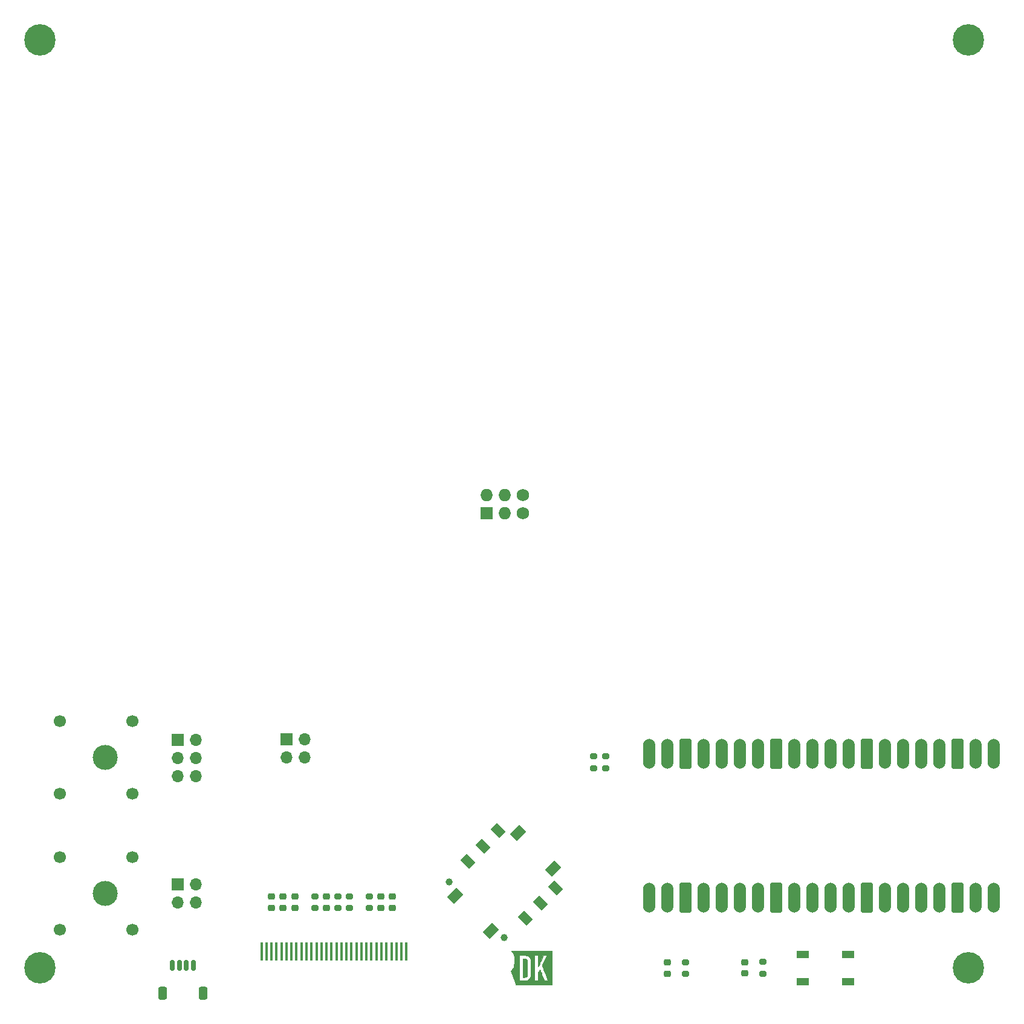
<source format=gts>
%TF.GenerationSoftware,KiCad,Pcbnew,8.99.0-2433-g53022ab347*%
%TF.CreationDate,2024-09-29T19:38:35+02:00*%
%TF.ProjectId,SAO Dev Board,53414f20-4465-4762-9042-6f6172642e6b,1.0*%
%TF.SameCoordinates,PX1c9c380PY1c9c380*%
%TF.FileFunction,Soldermask,Top*%
%TF.FilePolarity,Negative*%
%FSLAX46Y46*%
G04 Gerber Fmt 4.6, Leading zero omitted, Abs format (unit mm)*
G04 Created by KiCad (PCBNEW 8.99.0-2433-g53022ab347) date 2024-09-29 19:38:35*
%MOMM*%
%LPD*%
G01*
G04 APERTURE LIST*
G04 Aperture macros list*
%AMRoundRect*
0 Rectangle with rounded corners*
0 $1 Rounding radius*
0 $2 $3 $4 $5 $6 $7 $8 $9 X,Y pos of 4 corners*
0 Add a 4 corners polygon primitive as box body*
4,1,4,$2,$3,$4,$5,$6,$7,$8,$9,$2,$3,0*
0 Add four circle primitives for the rounded corners*
1,1,$1+$1,$2,$3*
1,1,$1+$1,$4,$5*
1,1,$1+$1,$6,$7*
1,1,$1+$1,$8,$9*
0 Add four rect primitives between the rounded corners*
20,1,$1+$1,$2,$3,$4,$5,0*
20,1,$1+$1,$4,$5,$6,$7,0*
20,1,$1+$1,$6,$7,$8,$9,0*
20,1,$1+$1,$8,$9,$2,$3,0*%
%AMRotRect*
0 Rectangle, with rotation*
0 The origin of the aperture is its center*
0 $1 length*
0 $2 width*
0 $3 Rotation angle, in degrees counterclockwise*
0 Add horizontal line*
21,1,$1,$2,0,0,$3*%
G04 Aperture macros list end*
%ADD10C,0.010000*%
%ADD11C,1.727200*%
%ADD12O,1.727200X1.727200*%
%ADD13R,1.727200X1.727200*%
%ADD14RoundRect,0.225000X-0.250000X0.225000X-0.250000X-0.225000X0.250000X-0.225000X0.250000X0.225000X0*%
%ADD15RotRect,1.700000X1.200000X315.000000*%
%ADD16C,1.000000*%
%ADD17RotRect,1.400000X1.900000X315.000000*%
%ADD18O,1.700000X4.200000*%
%ADD19RoundRect,0.250000X-0.600000X1.850000X-0.600000X-1.850000X0.600000X-1.850000X0.600000X1.850000X0*%
%ADD20RoundRect,0.200000X-0.275000X0.200000X-0.275000X-0.200000X0.275000X-0.200000X0.275000X0.200000X0*%
%ADD21C,0.700000*%
%ADD22C,4.400000*%
%ADD23C,3.500000*%
%ADD24C,1.700000*%
%ADD25O,1.700000X1.700000*%
%ADD26R,1.700000X1.700000*%
%ADD27RoundRect,0.200000X0.275000X-0.200000X0.275000X0.200000X-0.275000X0.200000X-0.275000X-0.200000X0*%
%ADD28RoundRect,0.225000X0.250000X-0.225000X0.250000X0.225000X-0.250000X0.225000X-0.250000X-0.225000X0*%
%ADD29RoundRect,0.218750X0.256250X-0.218750X0.256250X0.218750X-0.256250X0.218750X-0.256250X-0.218750X0*%
%ADD30R,1.700000X1.000000*%
%ADD31RoundRect,0.250000X-0.350000X-0.650000X0.350000X-0.650000X0.350000X0.650000X-0.350000X0.650000X0*%
%ADD32RoundRect,0.150000X-0.150000X-0.625000X0.150000X-0.625000X0.150000X0.625000X-0.150000X0.625000X0*%
%ADD33R,0.400000X2.540000*%
G04 APERTURE END LIST*
D10*
%TO.C,G\u002A\u002A\u002A*%
X76660445Y-137398889D02*
X74151686Y-137398889D01*
X73717449Y-137398841D01*
X73336192Y-137398652D01*
X73004448Y-137398255D01*
X72718753Y-137397582D01*
X72475642Y-137396564D01*
X72271649Y-137395135D01*
X72103309Y-137393227D01*
X71967157Y-137390772D01*
X71859728Y-137387702D01*
X71777556Y-137383950D01*
X71717176Y-137379448D01*
X71675124Y-137374128D01*
X71647933Y-137367923D01*
X71632139Y-137360766D01*
X71624277Y-137352587D01*
X71622770Y-137349500D01*
X71609343Y-137312003D01*
X71580156Y-137227406D01*
X71537386Y-137102124D01*
X71483214Y-136942576D01*
X71427539Y-136778000D01*
X72088445Y-136778000D01*
X72563100Y-136778000D01*
X74233334Y-136778000D01*
X74713111Y-136778000D01*
X74713111Y-135756508D01*
X74827174Y-135537265D01*
X74883400Y-135431441D01*
X74933837Y-135340486D01*
X74970026Y-135279525D01*
X74977632Y-135268249D01*
X74986714Y-135256522D01*
X74995719Y-135250822D01*
X75006447Y-135255488D01*
X75020696Y-135274859D01*
X75040267Y-135313275D01*
X75066958Y-135375075D01*
X75102569Y-135464599D01*
X75148899Y-135586184D01*
X75207748Y-135744172D01*
X75280916Y-135942900D01*
X75370200Y-136186709D01*
X75457400Y-136425222D01*
X75581201Y-136763889D01*
X76118311Y-136779973D01*
X75711045Y-135727709D01*
X75622190Y-135496357D01*
X75540610Y-135280509D01*
X75468421Y-135086023D01*
X75407737Y-134918757D01*
X75360676Y-134784568D01*
X75329352Y-134689314D01*
X75315882Y-134638853D01*
X75315690Y-134633111D01*
X75330850Y-134597187D01*
X75367437Y-134517738D01*
X75422050Y-134401929D01*
X75491287Y-134256925D01*
X75571748Y-134089893D01*
X75653942Y-133920500D01*
X75980282Y-133250222D01*
X75484780Y-133250222D01*
X75122889Y-134041423D01*
X75032402Y-134238078D01*
X74948647Y-134417863D01*
X74874667Y-134574416D01*
X74813509Y-134701375D01*
X74768218Y-134792381D01*
X74741837Y-134841072D01*
X74737055Y-134847422D01*
X74730926Y-134824275D01*
X74725376Y-134751582D01*
X74720615Y-134636242D01*
X74716852Y-134485152D01*
X74714295Y-134305212D01*
X74713152Y-134103318D01*
X74713111Y-134056221D01*
X74713111Y-133250222D01*
X74233334Y-133250222D01*
X74233334Y-136778000D01*
X72563100Y-136778000D01*
X72780275Y-136775835D01*
X72948479Y-136769004D01*
X73075035Y-136757008D01*
X73167262Y-136739345D01*
X73179867Y-136735798D01*
X73331717Y-136665817D01*
X73475633Y-136554875D01*
X73594571Y-136417712D01*
X73644344Y-136334075D01*
X73711222Y-136199445D01*
X73711222Y-133800556D01*
X73627505Y-133649410D01*
X73563519Y-133550585D01*
X73489474Y-133459748D01*
X73445641Y-133417364D01*
X73370492Y-133361578D01*
X73292268Y-133319448D01*
X73201725Y-133289163D01*
X73089617Y-133268915D01*
X72946700Y-133256896D01*
X72763732Y-133251297D01*
X72591417Y-133250222D01*
X72088445Y-133250222D01*
X72088445Y-136778000D01*
X71427539Y-136778000D01*
X71419818Y-136755177D01*
X71349378Y-136546345D01*
X71281642Y-136345023D01*
X70960672Y-135389934D01*
X71091421Y-135230245D01*
X71220798Y-135051653D01*
X71318080Y-134866664D01*
X71386330Y-134664878D01*
X71428610Y-134435894D01*
X71447981Y-134169311D01*
X71450016Y-134012222D01*
X71435929Y-133684341D01*
X71394675Y-133400722D01*
X71351645Y-133250222D01*
X71324482Y-133155219D01*
X71223581Y-132941688D01*
X71090200Y-132753983D01*
X71086185Y-132749278D01*
X70983380Y-132629334D01*
X76660445Y-132629334D01*
X76660445Y-137398889D01*
G36*
X76660445Y-137398889D02*
G01*
X74151686Y-137398889D01*
X73717449Y-137398841D01*
X73336192Y-137398652D01*
X73004448Y-137398255D01*
X72718753Y-137397582D01*
X72475642Y-137396564D01*
X72271649Y-137395135D01*
X72103309Y-137393227D01*
X71967157Y-137390772D01*
X71859728Y-137387702D01*
X71777556Y-137383950D01*
X71717176Y-137379448D01*
X71675124Y-137374128D01*
X71647933Y-137367923D01*
X71632139Y-137360766D01*
X71624277Y-137352587D01*
X71622770Y-137349500D01*
X71609343Y-137312003D01*
X71580156Y-137227406D01*
X71537386Y-137102124D01*
X71483214Y-136942576D01*
X71427539Y-136778000D01*
X72088445Y-136778000D01*
X72563100Y-136778000D01*
X74233334Y-136778000D01*
X74713111Y-136778000D01*
X74713111Y-135756508D01*
X74827174Y-135537265D01*
X74883400Y-135431441D01*
X74933837Y-135340486D01*
X74970026Y-135279525D01*
X74977632Y-135268249D01*
X74986714Y-135256522D01*
X74995719Y-135250822D01*
X75006447Y-135255488D01*
X75020696Y-135274859D01*
X75040267Y-135313275D01*
X75066958Y-135375075D01*
X75102569Y-135464599D01*
X75148899Y-135586184D01*
X75207748Y-135744172D01*
X75280916Y-135942900D01*
X75370200Y-136186709D01*
X75457400Y-136425222D01*
X75581201Y-136763889D01*
X76118311Y-136779973D01*
X75711045Y-135727709D01*
X75622190Y-135496357D01*
X75540610Y-135280509D01*
X75468421Y-135086023D01*
X75407737Y-134918757D01*
X75360676Y-134784568D01*
X75329352Y-134689314D01*
X75315882Y-134638853D01*
X75315690Y-134633111D01*
X75330850Y-134597187D01*
X75367437Y-134517738D01*
X75422050Y-134401929D01*
X75491287Y-134256925D01*
X75571748Y-134089893D01*
X75653942Y-133920500D01*
X75980282Y-133250222D01*
X75484780Y-133250222D01*
X75122889Y-134041423D01*
X75032402Y-134238078D01*
X74948647Y-134417863D01*
X74874667Y-134574416D01*
X74813509Y-134701375D01*
X74768218Y-134792381D01*
X74741837Y-134841072D01*
X74737055Y-134847422D01*
X74730926Y-134824275D01*
X74725376Y-134751582D01*
X74720615Y-134636242D01*
X74716852Y-134485152D01*
X74714295Y-134305212D01*
X74713152Y-134103318D01*
X74713111Y-134056221D01*
X74713111Y-133250222D01*
X74233334Y-133250222D01*
X74233334Y-136778000D01*
X72563100Y-136778000D01*
X72780275Y-136775835D01*
X72948479Y-136769004D01*
X73075035Y-136757008D01*
X73167262Y-136739345D01*
X73179867Y-136735798D01*
X73331717Y-136665817D01*
X73475633Y-136554875D01*
X73594571Y-136417712D01*
X73644344Y-136334075D01*
X73711222Y-136199445D01*
X73711222Y-133800556D01*
X73627505Y-133649410D01*
X73563519Y-133550585D01*
X73489474Y-133459748D01*
X73445641Y-133417364D01*
X73370492Y-133361578D01*
X73292268Y-133319448D01*
X73201725Y-133289163D01*
X73089617Y-133268915D01*
X72946700Y-133256896D01*
X72763732Y-133251297D01*
X72591417Y-133250222D01*
X72088445Y-133250222D01*
X72088445Y-136778000D01*
X71427539Y-136778000D01*
X71419818Y-136755177D01*
X71349378Y-136546345D01*
X71281642Y-136345023D01*
X70960672Y-135389934D01*
X71091421Y-135230245D01*
X71220798Y-135051653D01*
X71318080Y-134866664D01*
X71386330Y-134664878D01*
X71428610Y-134435894D01*
X71447981Y-134169311D01*
X71450016Y-134012222D01*
X71435929Y-133684341D01*
X71394675Y-133400722D01*
X71351645Y-133250222D01*
X71324482Y-133155219D01*
X71223581Y-132941688D01*
X71090200Y-132753983D01*
X71086185Y-132749278D01*
X70983380Y-132629334D01*
X76660445Y-132629334D01*
X76660445Y-137398889D01*
G37*
X72940630Y-133717013D02*
X73070422Y-133763752D01*
X73159747Y-133843550D01*
X73180181Y-133875944D01*
X73193554Y-133904249D01*
X73204394Y-133939075D01*
X73212962Y-133986255D01*
X73219522Y-134051622D01*
X73224336Y-134141012D01*
X73227668Y-134260258D01*
X73229779Y-134415193D01*
X73230933Y-134611652D01*
X73231393Y-134855468D01*
X73231445Y-135014111D01*
X73231325Y-135285104D01*
X73230769Y-135505538D01*
X73229478Y-135681295D01*
X73227154Y-135818262D01*
X73223500Y-135922322D01*
X73218217Y-135999360D01*
X73211009Y-136055260D01*
X73201577Y-136095907D01*
X73189624Y-136127184D01*
X73174852Y-136154977D01*
X73173607Y-136157111D01*
X73102775Y-136240257D01*
X73000942Y-136293512D01*
X72859827Y-136320222D01*
X72758722Y-136324852D01*
X72596445Y-136326445D01*
X72596445Y-133701778D01*
X72766684Y-133701778D01*
X72940630Y-133717013D01*
G36*
X72940630Y-133717013D02*
G01*
X73070422Y-133763752D01*
X73159747Y-133843550D01*
X73180181Y-133875944D01*
X73193554Y-133904249D01*
X73204394Y-133939075D01*
X73212962Y-133986255D01*
X73219522Y-134051622D01*
X73224336Y-134141012D01*
X73227668Y-134260258D01*
X73229779Y-134415193D01*
X73230933Y-134611652D01*
X73231393Y-134855468D01*
X73231445Y-135014111D01*
X73231325Y-135285104D01*
X73230769Y-135505538D01*
X73229478Y-135681295D01*
X73227154Y-135818262D01*
X73223500Y-135922322D01*
X73218217Y-135999360D01*
X73211009Y-136055260D01*
X73201577Y-136095907D01*
X73189624Y-136127184D01*
X73174852Y-136154977D01*
X73173607Y-136157111D01*
X73102775Y-136240257D01*
X73000942Y-136293512D01*
X72859827Y-136320222D01*
X72758722Y-136324852D01*
X72596445Y-136326445D01*
X72596445Y-133701778D01*
X72766684Y-133701778D01*
X72940630Y-133717013D01*
G37*
%TD*%
D11*
%TO.C,X1*%
X72600000Y-71290000D03*
X72600000Y-68750000D03*
D12*
X70060000Y-71290000D03*
X70060000Y-68750000D03*
D13*
X67520000Y-71290000D03*
D12*
X67520000Y-68750000D03*
%TD*%
D14*
%TO.C,C5*%
X45108000Y-126575001D03*
X45108000Y-125024999D03*
%TD*%
D15*
%TO.C,SW1*%
X72934493Y-128055813D03*
X75055813Y-125934493D03*
X77177135Y-123813172D03*
X64944187Y-120065507D03*
X67065507Y-117944187D03*
X69179757Y-115815796D03*
D16*
X70035355Y-130742820D03*
D17*
X68090813Y-129858936D03*
X76858935Y-121090812D03*
X63141065Y-124909188D03*
X71909187Y-116141064D03*
D16*
X62257180Y-122964645D03*
%TD*%
D18*
%TO.C,J8*%
X90319999Y-125174999D03*
X92859997Y-125174998D03*
D19*
X95399999Y-125174999D03*
D18*
X97939999Y-125174999D03*
X100480002Y-125174999D03*
X103019999Y-125174999D03*
X105559999Y-125174999D03*
D19*
X108099999Y-125174998D03*
D18*
X110639999Y-125174999D03*
X113179999Y-125174999D03*
X115720001Y-125174999D03*
X118259999Y-125174999D03*
D19*
X120799999Y-125174999D03*
D18*
X123339999Y-125174999D03*
X125880000Y-125174999D03*
X128420000Y-125174996D03*
X130959999Y-125174999D03*
D19*
X133499999Y-125174999D03*
D18*
X136039995Y-125174998D03*
X138579999Y-125174999D03*
%TD*%
D20*
%TO.C,R1*%
X82500000Y-107025000D03*
X82500000Y-105375000D03*
%TD*%
D14*
%TO.C,C3*%
X40728000Y-126575001D03*
X40728000Y-125024999D03*
%TD*%
D21*
%TO.C,REF\u002A\u002A*%
X136650000Y-5000000D03*
X136166726Y-6166726D03*
X136166726Y-3833274D03*
X135000000Y-6650000D03*
D22*
X135000000Y-5000000D03*
D21*
X135000000Y-3350000D03*
X133833274Y-6166726D03*
X133833274Y-3833274D03*
X133350000Y-5000000D03*
%TD*%
D20*
%TO.C,R7*%
X46728000Y-126625000D03*
X46728000Y-124975000D03*
%TD*%
D23*
%TO.C,J2*%
X14120000Y-124610000D03*
D24*
X17920000Y-129690000D03*
X17920000Y-119530000D03*
X7760000Y-129690000D03*
X7760000Y-119530000D03*
%TD*%
D25*
%TO.C,J4*%
X26815000Y-125875000D03*
X24275000Y-125875000D03*
X26815000Y-123335000D03*
D26*
X24275000Y-123335000D03*
%TD*%
D25*
%TO.C,J5*%
X42060000Y-105560000D03*
X39520000Y-105560000D03*
X42060000Y-103020000D03*
D26*
X39520000Y-103020000D03*
%TD*%
D25*
%TO.C,J3*%
X26815000Y-108115000D03*
X24275000Y-108115000D03*
X26815000Y-105575000D03*
X24275000Y-105575000D03*
X26815000Y-103035000D03*
D26*
X24275000Y-103035000D03*
%TD*%
D20*
%TO.C,R6*%
X48328000Y-126625000D03*
X48328000Y-124975000D03*
%TD*%
D27*
%TO.C,R3*%
X95400000Y-134199000D03*
X95400000Y-135849000D03*
%TD*%
D14*
%TO.C,C1*%
X37428000Y-126575001D03*
X37428000Y-125024999D03*
%TD*%
D20*
%TO.C,R2*%
X84200000Y-107025000D03*
X84200000Y-105375000D03*
%TD*%
%TO.C,R5*%
X43528000Y-126625000D03*
X43528000Y-124975000D03*
%TD*%
D27*
%TO.C,R4*%
X106195000Y-134175000D03*
X106195000Y-135825000D03*
%TD*%
D28*
%TO.C,C6*%
X52728000Y-125024999D03*
X52728000Y-126575001D03*
%TD*%
D29*
%TO.C,D1*%
X92860000Y-134236499D03*
X92860000Y-135811501D03*
%TD*%
D28*
%TO.C,C4*%
X54328000Y-125024999D03*
X54328000Y-126575001D03*
%TD*%
D23*
%TO.C,J1*%
X14120000Y-105560000D03*
D24*
X17920000Y-110640000D03*
X17920000Y-100480000D03*
X7760000Y-110640000D03*
X7760000Y-100480000D03*
%TD*%
D29*
%TO.C,D2*%
X103655000Y-134212499D03*
X103655000Y-135787501D03*
%TD*%
D14*
%TO.C,C2*%
X39028000Y-126575001D03*
X39028000Y-125024999D03*
%TD*%
D30*
%TO.C,SW2*%
X111850000Y-133100000D03*
X118150000Y-133100000D03*
X111850000Y-136900000D03*
X118150000Y-136900000D03*
%TD*%
D31*
%TO.C,J6*%
X27800000Y-138550000D03*
X22200000Y-138549999D03*
D32*
X26499999Y-134675001D03*
X25500000Y-134675000D03*
X24500000Y-134675000D03*
X23500000Y-134675001D03*
%TD*%
D33*
%TO.C,OLEDM1*%
X56308000Y-132670000D03*
X55608000Y-132670000D03*
X54908000Y-132670000D03*
X54208000Y-132670000D03*
X53508000Y-132670000D03*
X52808000Y-132670000D03*
X52108000Y-132670000D03*
X51408000Y-132670000D03*
X50708000Y-132670000D03*
X50008000Y-132670000D03*
X49308000Y-132670000D03*
X48608000Y-132670000D03*
X47908000Y-132670000D03*
X47208000Y-132670000D03*
X46508000Y-132670000D03*
X45808000Y-132670000D03*
X45108000Y-132670000D03*
X44408000Y-132670000D03*
X43708000Y-132670000D03*
X43008000Y-132670000D03*
X42308000Y-132670000D03*
X41608000Y-132670000D03*
X40908000Y-132670000D03*
X40208000Y-132670000D03*
X39508000Y-132670000D03*
X38808000Y-132670000D03*
X38108000Y-132670000D03*
X37408000Y-132670000D03*
X36708000Y-132670000D03*
X36008000Y-132670000D03*
%TD*%
D18*
%TO.C,J7*%
X90320000Y-104995000D03*
X92859998Y-104994999D03*
D19*
X95400000Y-104995000D03*
D18*
X97940000Y-104995000D03*
X100480003Y-104995000D03*
X103020000Y-104995000D03*
X105560000Y-104995000D03*
D19*
X108100000Y-104994999D03*
D18*
X110640000Y-104995000D03*
X113180000Y-104995000D03*
X115720002Y-104995000D03*
X118260000Y-104995000D03*
D19*
X120800000Y-104995000D03*
D18*
X123340000Y-104995000D03*
X125880001Y-104995000D03*
X128420001Y-104994997D03*
X130960000Y-104995000D03*
D19*
X133500000Y-104995000D03*
D18*
X136039996Y-104994999D03*
X138580000Y-104995000D03*
%TD*%
D27*
%TO.C,R8*%
X51128000Y-124975000D03*
X51128000Y-126625000D03*
%TD*%
D21*
%TO.C,REF\u002A\u002A*%
X6650000Y-135000000D03*
X6166726Y-136166726D03*
X6166726Y-133833274D03*
X5000000Y-136650000D03*
D22*
X5000000Y-135000000D03*
D21*
X5000000Y-133350000D03*
X3833274Y-136166726D03*
X3833274Y-133833274D03*
X3350000Y-135000000D03*
%TD*%
%TO.C,REF\u002A\u002A*%
X136650000Y-135000000D03*
X136166726Y-136166726D03*
X136166726Y-133833274D03*
X135000000Y-136650000D03*
D22*
X135000000Y-135000000D03*
D21*
X135000000Y-133350000D03*
X133833274Y-136166726D03*
X133833274Y-133833274D03*
X133350000Y-135000000D03*
%TD*%
%TO.C,REF\u002A\u002A*%
X6650000Y-5000000D03*
X6166726Y-6166726D03*
X6166726Y-3833274D03*
X5000000Y-6650000D03*
D22*
X5000000Y-5000000D03*
D21*
X5000000Y-3350000D03*
X3833274Y-6166726D03*
X3833274Y-3833274D03*
X3350000Y-5000000D03*
%TD*%
M02*

</source>
